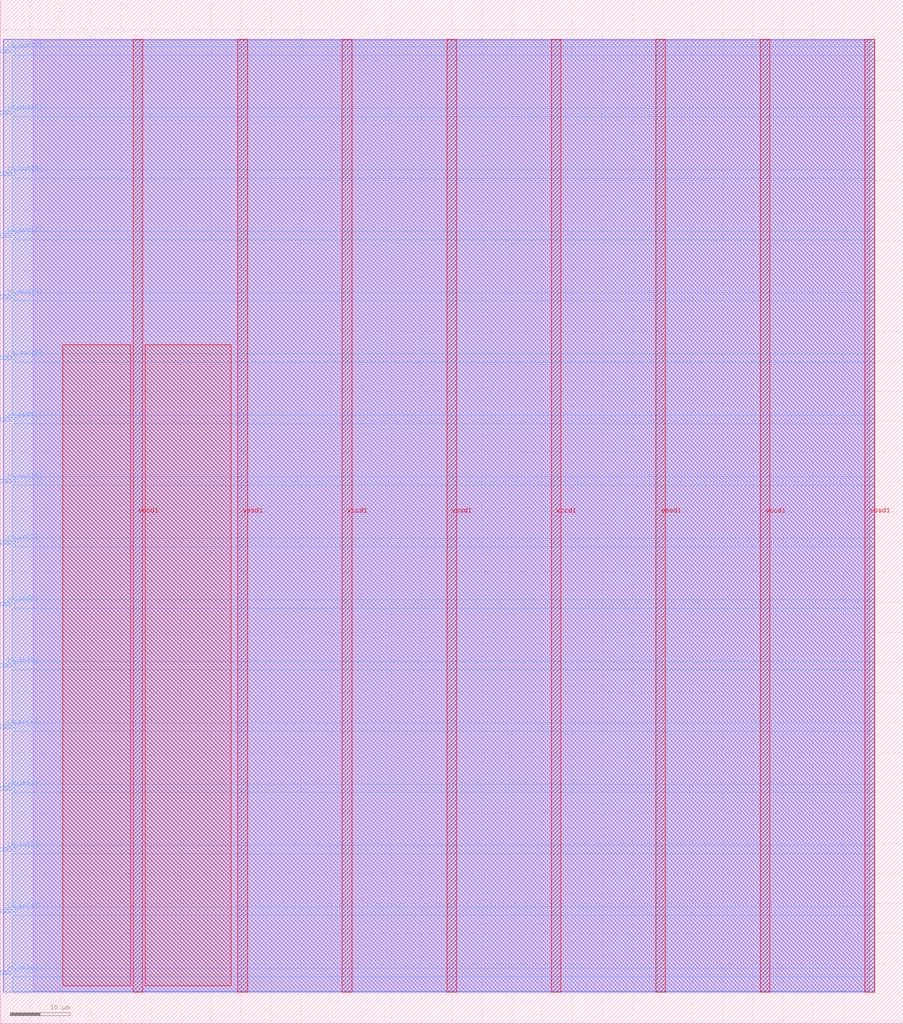
<source format=lef>
VERSION 5.7 ;
  NOWIREEXTENSIONATPIN ON ;
  DIVIDERCHAR "/" ;
  BUSBITCHARS "[]" ;
MACRO pwm_gen
  CLASS BLOCK ;
  FOREIGN pwm_gen ;
  ORIGIN 0.000 0.000 ;
  SIZE 150.000 BY 170.000 ;
  PIN io_in[0]
    DIRECTION INPUT ;
    USE SIGNAL ;
    PORT
      LAYER met3 ;
        RECT 0.000 8.200 2.000 8.800 ;
    END
  END io_in[0]
  PIN io_in[1]
    DIRECTION INPUT ;
    USE SIGNAL ;
    PORT
      LAYER met3 ;
        RECT 0.000 18.400 2.000 19.000 ;
    END
  END io_in[1]
  PIN io_in[2]
    DIRECTION INPUT ;
    USE SIGNAL ;
    PORT
      LAYER met3 ;
        RECT 0.000 28.600 2.000 29.200 ;
    END
  END io_in[2]
  PIN io_in[3]
    DIRECTION INPUT ;
    USE SIGNAL ;
    PORT
      LAYER met3 ;
        RECT 0.000 38.800 2.000 39.400 ;
    END
  END io_in[3]
  PIN io_in[4]
    DIRECTION INPUT ;
    USE SIGNAL ;
    PORT
      LAYER met3 ;
        RECT 0.000 49.000 2.000 49.600 ;
    END
  END io_in[4]
  PIN io_in[5]
    DIRECTION INPUT ;
    USE SIGNAL ;
    PORT
      LAYER met3 ;
        RECT 0.000 59.200 2.000 59.800 ;
    END
  END io_in[5]
  PIN io_in[6]
    DIRECTION INPUT ;
    USE SIGNAL ;
    PORT
      LAYER met3 ;
        RECT 0.000 69.400 2.000 70.000 ;
    END
  END io_in[6]
  PIN io_in[7]
    DIRECTION INPUT ;
    USE SIGNAL ;
    PORT
      LAYER met3 ;
        RECT 0.000 79.600 2.000 80.200 ;
    END
  END io_in[7]
  PIN io_out[0]
    DIRECTION OUTPUT TRISTATE ;
    USE SIGNAL ;
    PORT
      LAYER met3 ;
        RECT 0.000 89.800 2.000 90.400 ;
    END
  END io_out[0]
  PIN io_out[1]
    DIRECTION OUTPUT TRISTATE ;
    USE SIGNAL ;
    PORT
      LAYER met3 ;
        RECT 0.000 100.000 2.000 100.600 ;
    END
  END io_out[1]
  PIN io_out[2]
    DIRECTION OUTPUT TRISTATE ;
    USE SIGNAL ;
    PORT
      LAYER met3 ;
        RECT 0.000 110.200 2.000 110.800 ;
    END
  END io_out[2]
  PIN io_out[3]
    DIRECTION OUTPUT TRISTATE ;
    USE SIGNAL ;
    PORT
      LAYER met3 ;
        RECT 0.000 120.400 2.000 121.000 ;
    END
  END io_out[3]
  PIN io_out[4]
    DIRECTION OUTPUT TRISTATE ;
    USE SIGNAL ;
    PORT
      LAYER met3 ;
        RECT 0.000 130.600 2.000 131.200 ;
    END
  END io_out[4]
  PIN io_out[5]
    DIRECTION OUTPUT TRISTATE ;
    USE SIGNAL ;
    PORT
      LAYER met3 ;
        RECT 0.000 140.800 2.000 141.400 ;
    END
  END io_out[5]
  PIN io_out[6]
    DIRECTION OUTPUT TRISTATE ;
    USE SIGNAL ;
    PORT
      LAYER met3 ;
        RECT 0.000 151.000 2.000 151.600 ;
    END
  END io_out[6]
  PIN io_out[7]
    DIRECTION OUTPUT TRISTATE ;
    USE SIGNAL ;
    PORT
      LAYER met3 ;
        RECT 0.000 161.200 2.000 161.800 ;
    END
  END io_out[7]
  PIN vccd1
    DIRECTION INOUT ;
    USE POWER ;
    PORT
      LAYER met4 ;
        RECT 22.085 5.200 23.685 163.440 ;
    END
    PORT
      LAYER met4 ;
        RECT 56.815 5.200 58.415 163.440 ;
    END
    PORT
      LAYER met4 ;
        RECT 91.545 5.200 93.145 163.440 ;
    END
    PORT
      LAYER met4 ;
        RECT 126.275 5.200 127.875 163.440 ;
    END
  END vccd1
  PIN vssd1
    DIRECTION INOUT ;
    USE GROUND ;
    PORT
      LAYER met4 ;
        RECT 39.450 5.200 41.050 163.440 ;
    END
    PORT
      LAYER met4 ;
        RECT 74.180 5.200 75.780 163.440 ;
    END
    PORT
      LAYER met4 ;
        RECT 108.910 5.200 110.510 163.440 ;
    END
    PORT
      LAYER met4 ;
        RECT 143.640 5.200 145.240 163.440 ;
    END
  END vssd1
  OBS
      LAYER li1 ;
        RECT 5.520 5.355 144.440 163.285 ;
      LAYER met1 ;
        RECT 0.530 5.200 145.240 163.440 ;
      LAYER met2 ;
        RECT 0.560 5.255 145.210 163.385 ;
      LAYER met3 ;
        RECT 2.000 162.200 145.230 163.365 ;
        RECT 2.400 160.800 145.230 162.200 ;
        RECT 2.000 152.000 145.230 160.800 ;
        RECT 2.400 150.600 145.230 152.000 ;
        RECT 2.000 141.800 145.230 150.600 ;
        RECT 2.400 140.400 145.230 141.800 ;
        RECT 2.000 131.600 145.230 140.400 ;
        RECT 2.400 130.200 145.230 131.600 ;
        RECT 2.000 121.400 145.230 130.200 ;
        RECT 2.400 120.000 145.230 121.400 ;
        RECT 2.000 111.200 145.230 120.000 ;
        RECT 2.400 109.800 145.230 111.200 ;
        RECT 2.000 101.000 145.230 109.800 ;
        RECT 2.400 99.600 145.230 101.000 ;
        RECT 2.000 90.800 145.230 99.600 ;
        RECT 2.400 89.400 145.230 90.800 ;
        RECT 2.000 80.600 145.230 89.400 ;
        RECT 2.400 79.200 145.230 80.600 ;
        RECT 2.000 70.400 145.230 79.200 ;
        RECT 2.400 69.000 145.230 70.400 ;
        RECT 2.000 60.200 145.230 69.000 ;
        RECT 2.400 58.800 145.230 60.200 ;
        RECT 2.000 50.000 145.230 58.800 ;
        RECT 2.400 48.600 145.230 50.000 ;
        RECT 2.000 39.800 145.230 48.600 ;
        RECT 2.400 38.400 145.230 39.800 ;
        RECT 2.000 29.600 145.230 38.400 ;
        RECT 2.400 28.200 145.230 29.600 ;
        RECT 2.000 19.400 145.230 28.200 ;
        RECT 2.400 18.000 145.230 19.400 ;
        RECT 2.000 9.200 145.230 18.000 ;
        RECT 2.400 7.800 145.230 9.200 ;
        RECT 2.000 5.275 145.230 7.800 ;
      LAYER met4 ;
        RECT 10.415 6.295 21.685 112.705 ;
        RECT 24.085 6.295 38.345 112.705 ;
  END
END pwm_gen
END LIBRARY


</source>
